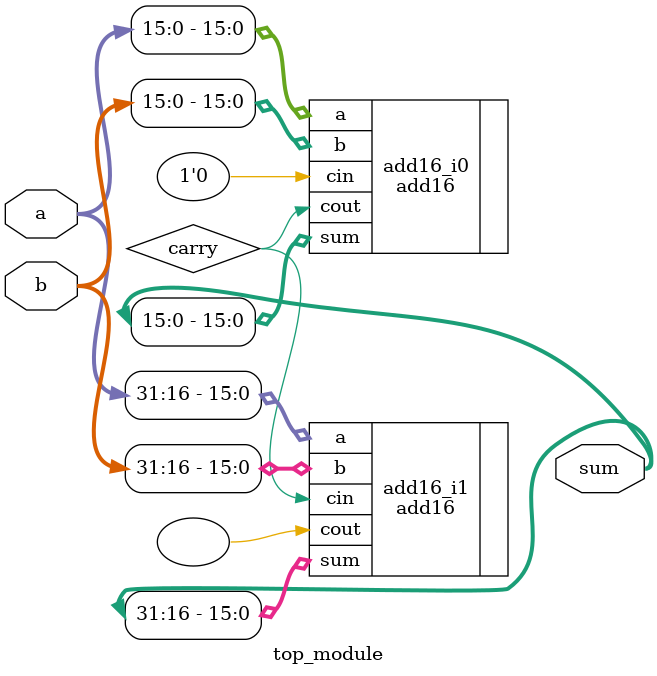
<source format=sv>
module top_module (
    input  [31:0] a,
    input  [31:0] b,
    output [31:0] sum
);

    wire carry;

    add16 add16_i0 (.a(a[15:0]), .b(b[15:0]), .cin(1'b0), .cout(carry), .sum(sum[15:0]));
    add16 add16_i1 (.a(a[31:16]), .b(b[31:16]), .cin(carry), .cout(), .sum(sum[31:16]));

endmodule


</source>
